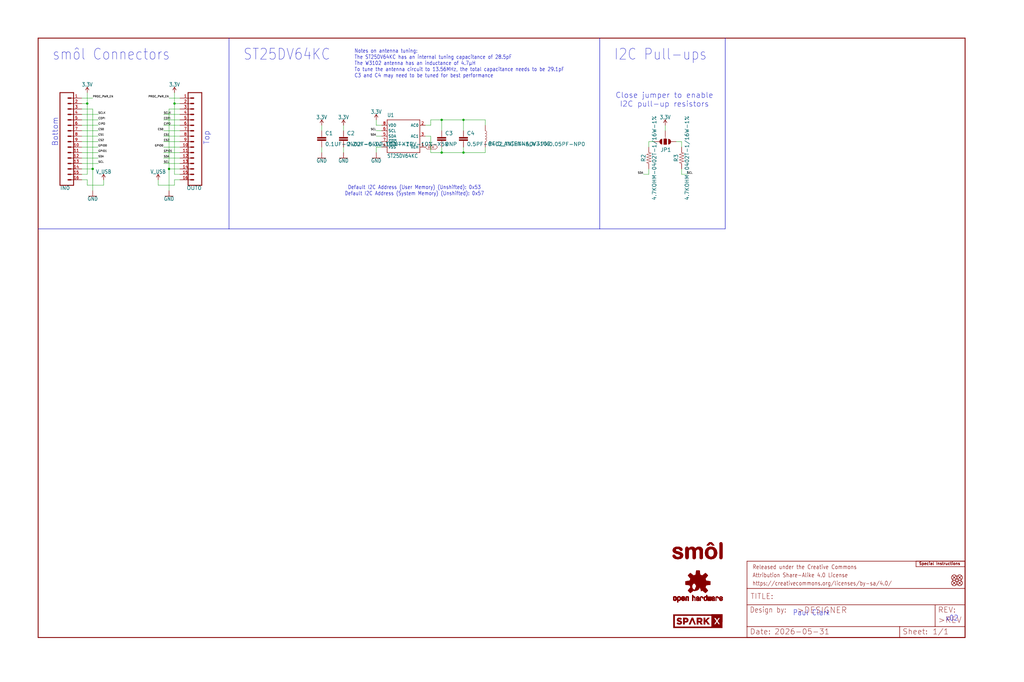
<source format=kicad_sch>
(kicad_sch (version 20230121) (generator eeschema)
  (paper "User" 477.037 317.906)
  (lib_symbols
    (symbol "working-eagle-import:0.1UF-0402T-6.3V-10%-X7R"
      (property "Reference" "C" (at 1.524 2.921 0))
      (symbol "0.1UF-0402T-6.3V-10%-X7R_1_0"
        (pin passive line (at 0 5.08 270) (length 2.54) (name "1") (number "1"))
        (pin passive line (at 0 -2.54 90) (length 2.54) (name "2") (number "2"))
      )
    )
    (symbol "working-eagle-import:0.5PF-0402_TIGHT-50V-PM0.05PF-NP0"
      (property "Reference" "C" (at 1.524 2.921 0))
      (symbol "0.5PF-0402_TIGHT-50V-PM0.05PF-NP0_1_0"
        (pin passive line (at 0 5.08 270) (length 2.54) (name "1") (number "1"))
        (pin passive line (at 0 -2.54 90) (length 2.54) (name "2") (number "2"))
      )
    )
    (symbol "working-eagle-import:2.2UF-0402_TIGHT-10V-10%-X5R"
      (property "Reference" "C" (at 1.524 2.921 0))
      (symbol "2.2UF-0402_TIGHT-10V-10%-X5R_1_0"
        (pin passive line (at 0 5.08 270) (length 2.54) (name "1") (number "1"))
        (pin passive line (at 0 -2.54 90) (length 2.54) (name "2") (number "2"))
      )
    )
    (symbol "working-eagle-import:3.3V" (power)
      (property "Value" "3.3V" (at 0 2.794 0))
      (symbol "3.3V_1_0"
        (pin power_in line (at 0 0 90) (length 2.54) (name "3.3V") (number "1"))
      )
    )
    (symbol "working-eagle-import:4.7KOHM-0402T-1/16W-1%"
      (property "Reference" "R" (at 0 1.524 0))
      (symbol "4.7KOHM-0402T-1/16W-1%_1_0"
        (pin passive line (at -5.08 0 0) (length 2.54) (name "1") (number "1"))
        (pin passive line (at 5.08 0 180) (length 2.54) (name "2") (number "2"))
      )
    )
    (symbol "working-eagle-import:CONN_16FPC_16_0.5MM"
      (property "Reference" "J" (at 0 20.828 0))
      (symbol "CONN_16FPC_16_0.5MM_1_0"
        (pin passive line (at 10.16 -20.32 180) (length 5.08) (name "1") (number "1"))
        (pin passive line (at 10.16 2.54 180) (length 5.08) (name "10") (number "10"))
        (pin passive line (at 10.16 5.08 180) (length 5.08) (name "11") (number "11"))
        (pin passive line (at 10.16 7.62 180) (length 5.08) (name "12") (number "12"))
        (pin passive line (at 10.16 10.16 180) (length 5.08) (name "13") (number "13"))
        (pin passive line (at 10.16 12.7 180) (length 5.08) (name "14") (number "14"))
        (pin passive line (at 10.16 15.24 180) (length 5.08) (name "15") (number "15"))
        (pin passive line (at 10.16 17.78 180) (length 5.08) (name "16") (number "16"))
        (pin passive line (at 10.16 -17.78 180) (length 5.08) (name "2") (number "2"))
        (pin passive line (at 10.16 -15.24 180) (length 5.08) (name "3") (number "3"))
        (pin passive line (at 10.16 -12.7 180) (length 5.08) (name "4") (number "4"))
        (pin passive line (at 10.16 -10.16 180) (length 5.08) (name "5") (number "5"))
        (pin passive line (at 10.16 -7.62 180) (length 5.08) (name "6") (number "6"))
        (pin passive line (at 10.16 -5.08 180) (length 5.08) (name "7") (number "7"))
        (pin passive line (at 10.16 -2.54 180) (length 5.08) (name "8") (number "8"))
        (pin passive line (at 10.16 0 180) (length 5.08) (name "9") (number "9"))
      )
    )
    (symbol "working-eagle-import:DNP-0402-TIGHT_NO_CREAM"
      (property "Reference" "C" (at 1.524 2.921 0))
      (symbol "DNP-0402-TIGHT_NO_CREAM_1_0"
        (pin passive line (at 0 5.08 270) (length 2.54) (name "1") (number "1"))
        (pin passive line (at 0 -2.54 90) (length 2.54) (name "2") (number "2"))
      )
    )
    (symbol "working-eagle-import:FIDUCIALUFIDUCIAL")
    (symbol "working-eagle-import:FRAME-LEDGER"
      (symbol "FRAME-LEDGER_2_0"
        (text "${#}/${##}" (at 86.36 1.27 0) (effects (font (size 2.54 2.54)) (justify left bottom)))
        (text "${CURRENT_DATE}" (at 12.7 1.27 0) (effects (font (size 2.54 2.54)) (justify left bottom)))
        (text "${PROJECTNAME}" (at 15.494 17.78 0) (effects (font (size 2.7432 2.7432)) (justify left bottom)))
        (text ">DESIGNER" (at 23.114 11.176 0) (effects (font (size 2.7432 2.7432)) (justify left bottom)))
        (text ">REV" (at 88.9 6.604 0) (effects (font (size 2.7432 2.7432)) (justify left bottom)))
        (text "Attribution Share-Alike 4.0 License" (at 2.54 27.94 0) (effects (font (size 1.9304 1.6408)) (justify left bottom)))
        (text "Date:" (at 1.27 1.27 0) (effects (font (size 2.54 2.54)) (justify left bottom)))
        (text "Design by:" (at 1.27 11.43 0) (effects (font (size 2.54 2.159)) (justify left bottom)))
        (text "https://creativecommons.org/licenses/by-sa/4.0/" (at 2.54 24.13 0) (effects (font (size 1.9304 1.6408)) (justify left bottom)))
        (text "Released under the Creative Commons" (at 2.54 31.75 0) (effects (font (size 1.9304 1.6408)) (justify left bottom)))
        (text "REV:" (at 88.9 11.43 0) (effects (font (size 2.54 2.54)) (justify left bottom)))
        (text "Sheet:" (at 72.39 1.27 0) (effects (font (size 2.54 2.54)) (justify left bottom)))
        (text "TITLE:" (at 1.524 17.78 0) (effects (font (size 2.54 2.54)) (justify left bottom)))
      )
    )
    (symbol "working-eagle-import:GND" (power)
      (property "Value" "GND" (at 0 -0.254 0))
      (symbol "GND_1_0"
        (pin power_in line (at 0 2.54 270) (length 2.54) (name "GND") (number "1"))
      )
    )
    (symbol "working-eagle-import:JUMPER-SMT_3_NO_SILK"
      (property "Reference" "JP" (at 6.096 1.27 0))
      (symbol "JUMPER-SMT_3_NO_SILK_1_0"
        (pin passive line (at 0 5.08 270) (length 2.54) (name "1") (number "1"))
        (pin passive line (at -5.08 0 0) (length 2.54) (name "2") (number "2"))
        (pin passive line (at 0 -5.08 90) (length 2.54) (name "3") (number "3"))
      )
    )
    (symbol "working-eagle-import:OSHW-LOGOMINI")
    (symbol "working-eagle-import:RFID_ANTENNA_W3102"
      (symbol "RFID_ANTENNA_W3102_1_0"
        (pin passive line (at 0 5.08 270) (length 2.54) (name "1") (number "1"))
        (pin passive line (at 0 -5.08 90) (length 2.54) (name "2") (number "2"))
      )
    )
    (symbol "working-eagle-import:SMOL_LOGOSMALL")
    (symbol "working-eagle-import:SPARKX-LOGO3")
    (symbol "working-eagle-import:SPECIAL_INSTRUCTIONS-ORDERING"
      (symbol "SPECIAL_INSTRUCTIONS-ORDERING_1_0"
        (text "Special Instructions" (at 1.27 0.6985 0) (effects (font (size 1.27 1.27) (thickness 0.254) bold) (justify left bottom)))
      )
    )
    (symbol "working-eagle-import:ST25DV64KC"
      (property "Reference" "U" (at 0 16.51 0))
      (symbol "ST25DV64KC_1_0"
        (pin power_in line (at 17.78 2.54 180) (length 2.54) (name "VEH") (number "1"))
        (pin bidirectional line (at 17.78 12.7 180) (length 2.54) (name "AC0") (number "2"))
        (pin bidirectional line (at 17.78 7.62 180) (length 2.54) (name "AC1") (number "3"))
        (pin power_in line (at -2.54 2.54 0) (length 2.54) (name "VSS") (number "4"))
        (pin bidirectional line (at -2.54 7.62 0) (length 2.54) (name "SDA") (number "5"))
        (pin bidirectional line (at -2.54 10.16 0) (length 2.54) (name "SCL") (number "6"))
        (pin output line (at -2.54 5.08 0) (length 2.54) (name "~{GPO}") (number "7"))
        (pin power_in line (at -2.54 12.7 0) (length 2.54) (name "VDD") (number "8"))
      )
    )
    (symbol "working-eagle-import:V_USB" (power)
      (property "Value" "V_USB" (at 0 2.794 0))
      (symbol "V_USB_1_0"
        (pin power_in line (at 0 0 90) (length 2.54) (name "V_USB") (number "1"))
      )
    )
  )
  (junction (at 81.28 48.26))
  (junction (at 78.74 78.74))
  (junction (at 215.9 71.12))
  (junction (at 43.18 78.74))
  (junction (at 205.74 55.88))
  (junction (at 215.9 55.88))
  (junction (at 40.64 48.26))
  (junction (at 205.74 71.12))
  (wire (pts (xy 200.66 55.88) (xy 205.74 55.88)) (stroke (width 0.1524)))
  (wire (pts (xy 175.26 58.42) (xy 175.26 55.88)) (stroke (width 0.1524)))
  (wire (pts (xy 83.82 68.58) (xy 76.2 68.58)) (stroke (width 0.1524)))
  (wire (pts (xy 38.1 58.42) (xy 45.72 58.42)) (stroke (width 0.1524)))
  (wire (pts (xy 43.18 88.9) (xy 43.18 78.74)) (stroke (width 0.1524)))
  (wire (pts (xy 149.86 60.96) (xy 149.86 58.42)) (stroke (width 0.1524)))
  (wire (pts (xy 78.74 78.74) (xy 83.82 78.74)) (stroke (width 0.1524)))
  (wire (pts (xy 175.26 68.58) (xy 175.26 71.12)) (stroke (width 0.1524)))
  (wire (pts (xy 40.64 83.82) (xy 40.64 86.36)) (stroke (width 0.1524)))
  (wire (pts (xy 40.64 48.26) (xy 40.64 43.18)) (stroke (width 0.1524)))
  (wire (pts (xy 38.1 73.66) (xy 45.72 73.66)) (stroke (width 0.1524)))
  (wire (pts (xy 177.8 68.58) (xy 175.26 68.58)) (stroke (width 0.1524)))
  (wire (pts (xy 314.96 66.04) (xy 317.5 66.04)) (stroke (width 0.1524)))
  (wire (pts (xy 83.82 66.04) (xy 76.2 66.04)) (stroke (width 0.1524)))
  (wire (pts (xy 200.66 58.42) (xy 200.66 55.88)) (stroke (width 0.1524)))
  (wire (pts (xy 215.9 71.12) (xy 226.06 71.12)) (stroke (width 0.1524)))
  (wire (pts (xy 205.74 68.58) (xy 205.74 71.12)) (stroke (width 0.1524)))
  (wire (pts (xy 38.1 63.5) (xy 45.72 63.5)) (stroke (width 0.1524)))
  (wire (pts (xy 38.1 76.2) (xy 45.72 76.2)) (stroke (width 0.1524)))
  (wire (pts (xy 83.82 53.34) (xy 76.2 53.34)) (stroke (width 0.1524)))
  (wire (pts (xy 38.1 71.12) (xy 45.72 71.12)) (stroke (width 0.1524)))
  (wire (pts (xy 38.1 45.72) (xy 43.18 45.72)) (stroke (width 0.1524)))
  (wire (pts (xy 177.8 58.42) (xy 175.26 58.42)) (stroke (width 0.1524)))
  (wire (pts (xy 177.8 60.96) (xy 175.26 60.96)) (stroke (width 0.1524)))
  (wire (pts (xy 83.82 48.26) (xy 81.28 48.26)) (stroke (width 0.1524)))
  (wire (pts (xy 226.06 71.12) (xy 226.06 68.58)) (stroke (width 0.1524)))
  (polyline (pts (xy 106.68 106.68) (xy 106.68 17.78)) (stroke (width 0.2032) (type solid)))
  (wire (pts (xy 38.1 66.04) (xy 45.72 66.04)) (stroke (width 0.1524)))
  (wire (pts (xy 198.12 63.5) (xy 200.66 63.5)) (stroke (width 0.1524)))
  (wire (pts (xy 38.1 78.74) (xy 43.18 78.74)) (stroke (width 0.1524)))
  (wire (pts (xy 205.74 71.12) (xy 215.9 71.12)) (stroke (width 0.1524)))
  (wire (pts (xy 83.82 58.42) (xy 76.2 58.42)) (stroke (width 0.1524)))
  (wire (pts (xy 309.88 58.42) (xy 309.88 60.96)) (stroke (width 0.1524)))
  (wire (pts (xy 302.26 78.74) (xy 302.26 81.28)) (stroke (width 0.1524)))
  (wire (pts (xy 78.74 50.8) (xy 78.74 78.74)) (stroke (width 0.1524)))
  (wire (pts (xy 302.26 66.04) (xy 302.26 68.58)) (stroke (width 0.1524)))
  (wire (pts (xy 83.82 55.88) (xy 76.2 55.88)) (stroke (width 0.1524)))
  (wire (pts (xy 38.1 50.8) (xy 43.18 50.8)) (stroke (width 0.1524)))
  (wire (pts (xy 200.66 63.5) (xy 200.66 71.12)) (stroke (width 0.1524)))
  (wire (pts (xy 200.66 71.12) (xy 205.74 71.12)) (stroke (width 0.1524)))
  (wire (pts (xy 81.28 86.36) (xy 73.66 86.36)) (stroke (width 0.1524)))
  (wire (pts (xy 38.1 60.96) (xy 45.72 60.96)) (stroke (width 0.1524)))
  (polyline (pts (xy 279.4 106.68) (xy 279.4 17.78)) (stroke (width 0.2032) (type solid)))
  (wire (pts (xy 38.1 48.26) (xy 40.64 48.26)) (stroke (width 0.1524)))
  (wire (pts (xy 38.1 83.82) (xy 40.64 83.82)) (stroke (width 0.1524)))
  (wire (pts (xy 160.02 58.42) (xy 160.02 60.96)) (stroke (width 0.1524)))
  (wire (pts (xy 38.1 68.58) (xy 45.72 68.58)) (stroke (width 0.1524)))
  (wire (pts (xy 38.1 81.28) (xy 40.64 81.28)) (stroke (width 0.1524)))
  (wire (pts (xy 205.74 55.88) (xy 215.9 55.88)) (stroke (width 0.1524)))
  (wire (pts (xy 317.5 66.04) (xy 317.5 68.58)) (stroke (width 0.1524)))
  (wire (pts (xy 215.9 60.96) (xy 215.9 55.88)) (stroke (width 0.1524)))
  (wire (pts (xy 78.74 88.9) (xy 78.74 78.74)) (stroke (width 0.1524)))
  (polyline (pts (xy 337.82 106.68) (xy 337.82 17.78)) (stroke (width 0.2032) (type solid)))
  (wire (pts (xy 83.82 76.2) (xy 76.2 76.2)) (stroke (width 0.1524)))
  (wire (pts (xy 317.5 81.28) (xy 320.04 81.28)) (stroke (width 0.1524)))
  (wire (pts (xy 160.02 71.12) (xy 160.02 68.58)) (stroke (width 0.1524)))
  (wire (pts (xy 226.06 55.88) (xy 226.06 58.42)) (stroke (width 0.1524)))
  (polyline (pts (xy 337.82 106.68) (xy 279.4 106.68)) (stroke (width 0.2032) (type solid)))
  (wire (pts (xy 73.66 86.36) (xy 73.66 83.82)) (stroke (width 0.1524)))
  (wire (pts (xy 149.86 71.12) (xy 149.86 68.58)) (stroke (width 0.1524)))
  (wire (pts (xy 177.8 63.5) (xy 175.26 63.5)) (stroke (width 0.1524)))
  (wire (pts (xy 81.28 83.82) (xy 81.28 86.36)) (stroke (width 0.1524)))
  (wire (pts (xy 317.5 78.74) (xy 317.5 81.28)) (stroke (width 0.1524)))
  (wire (pts (xy 215.9 68.58) (xy 215.9 71.12)) (stroke (width 0.1524)))
  (wire (pts (xy 83.82 63.5) (xy 76.2 63.5)) (stroke (width 0.1524)))
  (wire (pts (xy 198.12 58.42) (xy 200.66 58.42)) (stroke (width 0.1524)))
  (wire (pts (xy 83.82 60.96) (xy 76.2 60.96)) (stroke (width 0.1524)))
  (polyline (pts (xy 106.68 106.68) (xy 17.78 106.68)) (stroke (width 0.2032) (type solid)))
  (wire (pts (xy 83.82 71.12) (xy 76.2 71.12)) (stroke (width 0.1524)))
  (wire (pts (xy 48.26 83.82) (xy 48.26 86.36)) (stroke (width 0.1524)))
  (polyline (pts (xy 279.4 106.68) (xy 106.68 106.68)) (stroke (width 0.2032) (type solid)))
  (wire (pts (xy 43.18 50.8) (xy 43.18 78.74)) (stroke (width 0.1524)))
  (wire (pts (xy 81.28 81.28) (xy 81.28 48.26)) (stroke (width 0.1524)))
  (wire (pts (xy 304.8 66.04) (xy 302.26 66.04)) (stroke (width 0.1524)))
  (wire (pts (xy 81.28 48.26) (xy 81.28 43.18)) (stroke (width 0.1524)))
  (wire (pts (xy 83.82 81.28) (xy 81.28 81.28)) (stroke (width 0.1524)))
  (wire (pts (xy 40.64 81.28) (xy 40.64 48.26)) (stroke (width 0.1524)))
  (wire (pts (xy 83.82 45.72) (xy 78.74 45.72)) (stroke (width 0.1524)))
  (wire (pts (xy 48.26 86.36) (xy 40.64 86.36)) (stroke (width 0.1524)))
  (wire (pts (xy 83.82 83.82) (xy 81.28 83.82)) (stroke (width 0.1524)))
  (wire (pts (xy 83.82 50.8) (xy 78.74 50.8)) (stroke (width 0.1524)))
  (wire (pts (xy 302.26 81.28) (xy 299.72 81.28)) (stroke (width 0.1524)))
  (wire (pts (xy 215.9 55.88) (xy 226.06 55.88)) (stroke (width 0.1524)))
  (wire (pts (xy 38.1 53.34) (xy 45.72 53.34)) (stroke (width 0.1524)))
  (wire (pts (xy 83.82 73.66) (xy 76.2 73.66)) (stroke (width 0.1524)))
  (wire (pts (xy 38.1 55.88) (xy 45.72 55.88)) (stroke (width 0.1524)))
  (wire (pts (xy 205.74 60.96) (xy 205.74 55.88)) (stroke (width 0.1524)))
  (text "Notes on antenna tuning:\nThe ST25DV64KC has an internal tuning capacitance of 28.5pF\nThe W3102 antenna has an inductance of 4.7µH\nTo tune the antenna circuit to 13.56MHz, the total capacitance needs to be 29.1pF\nC3 and C4 may need to be tuned for best performance" (at 165.1 22.86 0) (effects (font (size 1.778 1.5113)) (justify left top)))
  (text "smôl Connectors" (at 24.384 28.448 0) (effects (font (size 5.08 4.318)) (justify left bottom)))
  (text "I2C Pull-ups" (at 286.004 28.448 0) (effects (font (size 5.08 4.318)) (justify left bottom)))
  (text "Top" (at 94.742 60.96 90) (effects (font (size 2.54 2.54)) (justify right top)))
  (text "Close jumper to enable\nI2C pull-up resistors" (at 309.499 46.609 0) (effects (font (size 2.54 2.54))))
  (text "x02" (at 440.436 289.814 0) (effects (font (size 2.54 2.159)) (justify left bottom)))
  (text "ST25DV64KC" (at 113.284 28.448 0) (effects (font (size 5.08 4.318)) (justify left bottom)))
  (text "Bottom" (at 27.178 68.326 90) (effects (font (size 2.54 2.54)) (justify left bottom)))
  (text "Paul Clark" (at 369.316 287.274 0) (effects (font (size 2.54 2.159)) (justify left bottom)))
  (text "Default I2C Address (User Memory) (Unshifted): 0x53\nDefault I2C Address (System Memory) (Unshifted): 0x57" (at 193.04 88.9 0) (effects (font (size 1.778 1.5113))))
  (label "SDA" (at 45.72 73.66 0) (effects (font (size 0.889 0.889))))
  (label "CS1" (at 45.72 63.5 0) (effects (font (size 0.889 0.889))))
  (label "GPIO0" (at 45.72 68.58 0) (effects (font (size 0.889 0.889))))
  (label "CIPO" (at 76.2 58.42 0) (effects (font (size 0.889 0.889))))
  (label "CS2" (at 76.2 66.04 0) (effects (font (size 0.889 0.889))))
  (label "SCL" (at 76.2 76.2 0) (effects (font (size 0.889 0.889))))
  (label "SCL" (at 175.26 60.96 180) (effects (font (size 0.889 0.889))))
  (label "SCLK" (at 76.2 53.34 0) (effects (font (size 0.889 0.889))))
  (label "SCL" (at 320.04 81.28 0) (effects (font (size 0.889 0.889))))
  (label "SCLK" (at 45.72 53.34 0) (effects (font (size 0.889 0.889))))
  (label "CS1" (at 76.2 63.5 0) (effects (font (size 0.889 0.889))))
  (label "GPIO1" (at 45.72 71.12 0) (effects (font (size 0.889 0.889))))
  (label "GPIO0" (at 76.2 68.58 180) (effects (font (size 0.889 0.889))))
  (label "COPI" (at 45.72 55.88 0) (effects (font (size 0.889 0.889))))
  (label "COPI" (at 76.2 55.88 0) (effects (font (size 0.889 0.889))))
  (label "SDA" (at 299.72 81.28 180) (effects (font (size 0.889 0.889))))
  (label "SDA" (at 76.2 73.66 0) (effects (font (size 0.889 0.889))))
  (label "CS2" (at 45.72 66.04 0) (effects (font (size 0.889 0.889))))
  (label "SCL" (at 45.72 76.2 0) (effects (font (size 0.889 0.889))))
  (label "GPIO1" (at 76.2 71.12 0) (effects (font (size 0.889 0.889))))
  (label "CIPO" (at 45.72 58.42 0) (effects (font (size 0.889 0.889))))
  (label "SDA" (at 175.26 63.5 180) (effects (font (size 0.889 0.889))))
  (label "CS0" (at 45.72 60.96 0) (effects (font (size 0.889 0.889))))
  (label "PROC_PWR_EN" (at 78.74 45.72 180) (effects (font (size 0.889 0.889))))
  (label "CS0" (at 76.2 60.96 180) (effects (font (size 0.889 0.889))))
  (label "PROC_PWR_EN" (at 43.18 45.72 0) (effects (font (size 0.889 0.889))))
  (global_label "VEH" (shape bidirectional) (at 198.12 68.58 0) (effects (font (size 1.016 1.016))) (property "Intersheetrefs" "${INTERSHEET_REFS}" (effects hide)))
  (symbol (lib_id "working-eagle-import:V_USB") (at 73.66 83.82 0) (unit 1)
    (property "Reference" "#SUPPLY27" (effects hide))
    (property "Value" "V_USB" (at 73.66 81.026 0) (effects (font (size 1.778 1.5113)) (justify bottom)))
  )
  (symbol (lib_id "working-eagle-import:3.3V") (at 149.86 58.42 0) (unit 1)
    (property "Reference" "#SUPPLY2" (effects hide))
    (property "Value" "3.3V" (at 149.86 55.626 0) (effects (font (size 1.778 1.5113)) (justify bottom)))
  )
  (symbol (lib_id "working-eagle-import:V_USB") (at 48.26 83.82 0) (unit 1)
    (property "Reference" "#SUPPLY25" (effects hide))
    (property "Value" "V_USB" (at 48.26 81.026 0) (effects (font (size 1.778 1.5113)) (justify bottom)))
  )
  (symbol (lib_id "working-eagle-import:SMOL_LOGOSMALL") (at 325.12 256.54 0) (unit 1)
    (property "Reference" "U$3" (effects hide))
    (property "Value" "SMOL_LOGOSMALL" (effects hide))
    (property "Footprint" "working:SMOL_SMALL" (effects hide))
  )
  (symbol (lib_id "working-eagle-import:CONN_16FPC_16_0.5MM") (at 93.98 66.04 180) (unit 1)
    (property "Reference" "OUT0" (at 93.98 86.614 0) (effects (font (size 1.778 1.778)) (justify left bottom)))
    (property "Value" "CONN_16FPC_16_0.5MM" (effects hide))
    (property "Footprint" "working:FPC_16_0.5MM" (effects hide))
  )
  (symbol (lib_id "working-eagle-import:OSHW-LOGOMINI") (at 325.12 271.78 0) (unit 1)
    (property "Reference" "LOGO3" (effects hide))
    (property "Value" "OSHW-LOGOMINI" (effects hide))
    (property "Footprint" "working:OSHW-LOGO-MINI" (effects hide))
  )
  (symbol (lib_id "working-eagle-import:ST25DV64KC") (at 180.34 71.12 0) (unit 1)
    (property "Reference" "U1" (at 180.34 54.61 0) (effects (font (size 1.778 1.5113)) (justify left bottom)))
    (property "Value" "ST25DV64KC" (at 180.34 73.66 0) (effects (font (size 1.778 1.5113)) (justify left bottom)))
    (property "Footprint" "working:SO08" (effects hide))
  )
  (symbol (lib_id "working-eagle-import:OSHW-LOGOMINI") (at 325.12 271.78 0) (unit 1)
    (property "Reference" "LOGO2" (effects hide))
    (property "Value" "OSHW-LOGOMINI" (effects hide))
    (property "Footprint" "working:OSHW-LOGO-MINI" (effects hide))
  )
  (symbol (lib_id "working-eagle-import:3.3V") (at 160.02 58.42 0) (unit 1)
    (property "Reference" "#SUPPLY6" (effects hide))
    (property "Value" "3.3V" (at 160.02 55.626 0) (effects (font (size 1.778 1.5113)) (justify bottom)))
  )
  (symbol (lib_id "working-eagle-import:RFID_ANTENNA_W3102") (at 226.06 63.5 0) (unit 1)
    (property "Reference" "ANT0" (effects hide))
    (property "Value" "RFID_ANTENNA_W3102" (at 227.33 66.04 0) (effects (font (size 1.778 1.778)) (justify left top)))
    (property "Footprint" "working:W3102" (effects hide))
  )
  (symbol (lib_id "working-eagle-import:GND") (at 43.18 91.44 0) (unit 1)
    (property "Reference" "#GND54" (effects hide))
    (property "Value" "GND" (at 43.18 91.694 0) (effects (font (size 1.778 1.5113)) (justify top)))
  )
  (symbol (lib_id "working-eagle-import:GND") (at 160.02 73.66 0) (unit 1)
    (property "Reference" "#GND58" (effects hide))
    (property "Value" "GND" (at 160.02 73.914 0) (effects (font (size 1.778 1.5113)) (justify top)))
  )
  (symbol (lib_id "working-eagle-import:SMOL_LOGOSMALL") (at 325.12 256.54 0) (unit 1)
    (property "Reference" "U$9" (effects hide))
    (property "Value" "SMOL_LOGOSMALL" (effects hide))
    (property "Footprint" "working:SMOL_SMALL" (effects hide))
  )
  (symbol (lib_id "working-eagle-import:3.3V") (at 81.28 43.18 0) (unit 1)
    (property "Reference" "#SUPPLY22" (effects hide))
    (property "Value" "3.3V" (at 81.28 40.386 0) (effects (font (size 1.778 1.5113)) (justify bottom)))
  )
  (symbol (lib_id "working-eagle-import:FRAME-LEDGER") (at 17.78 297.18 0) (unit 1)
    (property "Reference" "FRAME1" (effects hide))
    (property "Value" "FRAME-LEDGER" (effects hide))
    (property "Footprint" "working:CREATIVE_COMMONS" (effects hide))
  )
  (symbol (lib_id "working-eagle-import:FIDUCIALUFIDUCIAL") (at 447.04 269.24 0) (unit 1)
    (property "Reference" "FD4" (effects hide))
    (property "Value" "FIDUCIALUFIDUCIAL" (effects hide))
    (property "Footprint" "working:FIDUCIAL-MICRO" (effects hide))
  )
  (symbol (lib_id "working-eagle-import:JUMPER-SMT_3_NO_SILK") (at 309.88 66.04 270) (unit 1)
    (property "Reference" "JP1" (at 310.134 69.85 90) (effects (font (size 1.778 1.778))))
    (property "Value" "JUMPER-SMT_3_NO_SILK" (effects hide))
    (property "Footprint" "working:SMT-JUMPER_3_NO_SILK" (effects hide))
  )
  (symbol (lib_id "working-eagle-import:3.3V") (at 175.26 55.88 0) (unit 1)
    (property "Reference" "#SUPPLY1" (effects hide))
    (property "Value" "3.3V" (at 175.26 53.086 0) (effects (font (size 1.778 1.5113)) (justify bottom)))
  )
  (symbol (lib_id "working-eagle-import:SPARKX-LOGO3") (at 325.12 289.56 0) (unit 1)
    (property "Reference" "U$1" (effects hide))
    (property "Value" "SPARKX-LOGO3" (effects hide))
    (property "Footprint" "working:SPARKX-SMALL" (effects hide))
  )
  (symbol (lib_id "working-eagle-import:DNP-0402-TIGHT_NO_CREAM") (at 205.74 66.04 0) (unit 1)
    (property "Reference" "C3" (at 207.264 63.119 0) (effects (font (size 1.778 1.778)) (justify left bottom)))
    (property "Value" "DNP" (at 207.264 68.199 0) (effects (font (size 1.778 1.778)) (justify left bottom)))
    (property "Footprint" "working:0402-TIGHT_NO_CREAM" (effects hide))
  )
  (symbol (lib_id "working-eagle-import:FRAME-LEDGER") (at 347.98 297.18 0) (unit 2)
    (property "Reference" "FRAME1" (effects hide))
    (property "Value" "FRAME-LEDGER" (effects hide))
    (property "Footprint" "working:CREATIVE_COMMONS" (effects hide))
  )
  (symbol (lib_id "working-eagle-import:GND") (at 149.86 73.66 0) (unit 1)
    (property "Reference" "#GND2" (effects hide))
    (property "Value" "GND" (at 149.86 73.914 0) (effects (font (size 1.778 1.5113)) (justify top)))
  )
  (symbol (lib_id "working-eagle-import:3.3V") (at 40.64 43.18 0) (unit 1)
    (property "Reference" "#SUPPLY21" (effects hide))
    (property "Value" "3.3V" (at 40.64 40.386 0) (effects (font (size 1.778 1.5113)) (justify bottom)))
  )
  (symbol (lib_id "working-eagle-import:3.3V") (at 309.88 58.42 0) (unit 1)
    (property "Reference" "#SUPPLY3" (effects hide))
    (property "Value" "3.3V" (at 309.88 55.626 0) (effects (font (size 1.778 1.5113)) (justify bottom)))
  )
  (symbol (lib_id "working-eagle-import:FIDUCIALUFIDUCIAL") (at 444.5 269.24 0) (unit 1)
    (property "Reference" "FD3" (effects hide))
    (property "Value" "FIDUCIALUFIDUCIAL" (effects hide))
    (property "Footprint" "working:FIDUCIAL-MICRO" (effects hide))
  )
  (symbol (lib_id "working-eagle-import:SPECIAL_INSTRUCTIONS-ORDERING") (at 426.72 264.16 0) (unit 1)
    (property "Reference" "LOGO1" (effects hide))
    (property "Value" "SPECIAL_INSTRUCTIONS-ORDERING" (effects hide))
    (property "Footprint" "working:ORDERING_INSTRUCTIONS" (effects hide))
  )
  (symbol (lib_id "working-eagle-import:2.2UF-0402_TIGHT-10V-10%-X5R") (at 160.02 66.04 0) (unit 1)
    (property "Reference" "C2" (at 161.544 63.119 0) (effects (font (size 1.778 1.778)) (justify left bottom)))
    (property "Value" "2.2UF-0402_TIGHT-10V-10%-X5R" (at 161.544 68.199 0) (effects (font (size 1.778 1.778)) (justify left bottom)))
    (property "Footprint" "working:0402-TIGHT" (effects hide))
  )
  (symbol (lib_id "working-eagle-import:GND") (at 175.26 73.66 0) (unit 1)
    (property "Reference" "#GND1" (effects hide))
    (property "Value" "GND" (at 175.26 73.914 0) (effects (font (size 1.778 1.5113)) (justify top)))
  )
  (symbol (lib_id "working-eagle-import:FIDUCIALUFIDUCIAL") (at 444.5 271.78 0) (unit 1)
    (property "Reference" "FD2" (effects hide))
    (property "Value" "FIDUCIALUFIDUCIAL" (effects hide))
    (property "Footprint" "working:FIDUCIAL-MICRO" (effects hide))
  )
  (symbol (lib_id "working-eagle-import:0.1UF-0402T-6.3V-10%-X7R") (at 149.86 66.04 0) (unit 1)
    (property "Reference" "C1" (at 151.384 63.119 0) (effects (font (size 1.778 1.778)) (justify left bottom)))
    (property "Value" "0.1UF-0402T-6.3V-10%-X7R" (at 151.384 68.199 0) (effects (font (size 1.778 1.778)) (justify left bottom)))
    (property "Footprint" "working:0402-TIGHT" (effects hide))
  )
  (symbol (lib_id "working-eagle-import:CONN_16FPC_16_0.5MM") (at 27.94 66.04 0) (mirror x) (unit 1)
    (property "Reference" "IN0" (at 27.94 86.614 0) (effects (font (size 1.778 1.778)) (justify left bottom)))
    (property "Value" "CONN_16FPC_16_0.5MM" (effects hide))
    (property "Footprint" "working:FPC_16_0.5MM" (effects hide))
  )
  (symbol (lib_id "working-eagle-import:4.7KOHM-0402T-1/16W-1%") (at 302.26 73.66 90) (unit 1)
    (property "Reference" "R2" (at 300.736 73.66 0) (effects (font (size 1.778 1.778)) (justify bottom)))
    (property "Value" "4.7KOHM-0402T-1/16W-1%" (at 303.784 73.66 0) (effects (font (size 1.778 1.778)) (justify top)))
    (property "Footprint" "working:0402-TIGHT" (effects hide))
  )
  (symbol (lib_id "working-eagle-import:FIDUCIALUFIDUCIAL") (at 447.04 271.78 0) (unit 1)
    (property "Reference" "FD1" (effects hide))
    (property "Value" "FIDUCIALUFIDUCIAL" (effects hide))
    (property "Footprint" "working:FIDUCIAL-MICRO" (effects hide))
  )
  (symbol (lib_id "working-eagle-import:GND") (at 78.74 91.44 0) (unit 1)
    (property "Reference" "#GND56" (effects hide))
    (property "Value" "GND" (at 78.74 91.694 0) (effects (font (size 1.778 1.5113)) (justify top)))
  )
  (symbol (lib_id "working-eagle-import:4.7KOHM-0402T-1/16W-1%") (at 317.5 73.66 90) (unit 1)
    (property "Reference" "R3" (at 315.976 73.66 0) (effects (font (size 1.778 1.778)) (justify bottom)))
    (property "Value" "4.7KOHM-0402T-1/16W-1%" (at 319.024 73.66 0) (effects (font (size 1.778 1.778)) (justify top)))
    (property "Footprint" "working:0402-TIGHT" (effects hide))
  )
  (symbol (lib_id "working-eagle-import:0.5PF-0402_TIGHT-50V-PM0.05PF-NP0") (at 215.9 66.04 0) (unit 1)
    (property "Reference" "C4" (at 217.424 63.119 0) (effects (font (size 1.778 1.778)) (justify left bottom)))
    (property "Value" "0.5PF-0402_TIGHT-50V-PM0.05PF-NP0" (at 217.424 68.199 0) (effects (font (size 1.778 1.778)) (justify left bottom)))
    (property "Footprint" "working:0402-TIGHT" (effects hide))
  )
)
</source>
